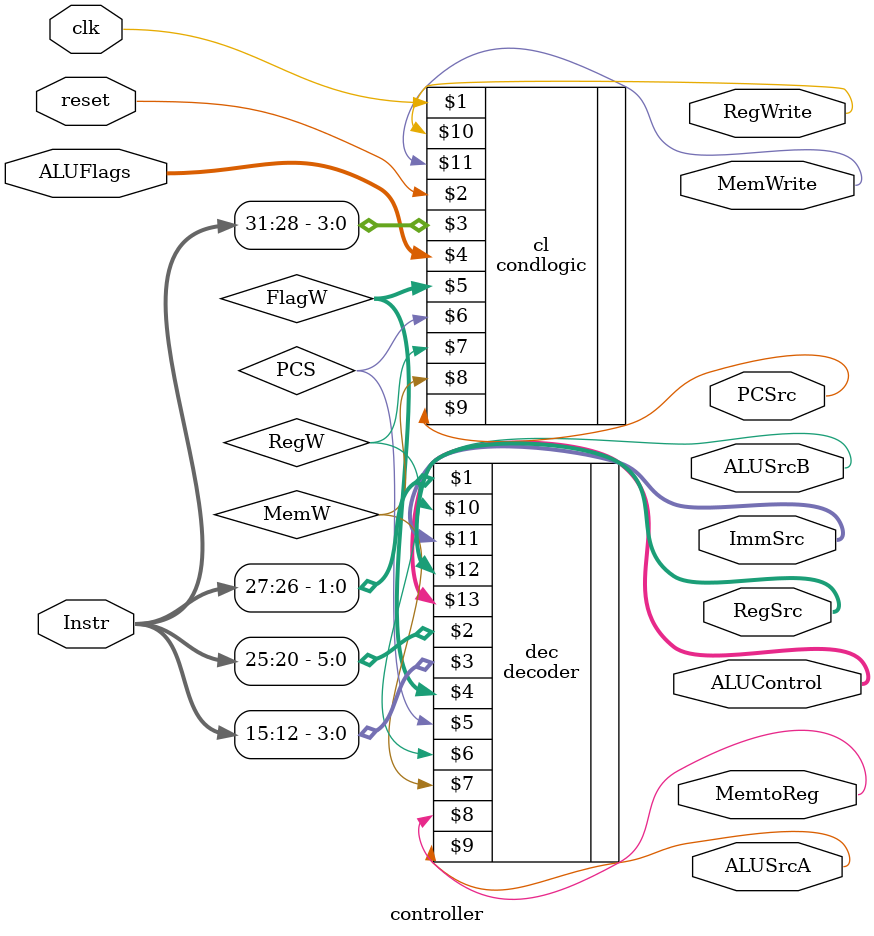
<source format=sv>
module controller(input  logic         clk, reset,
                  input  logic [31:12] Instr,
                  input  logic [3:0]   ALUFlags,
                  output logic [1:0]   RegSrc,
                  output logic         RegWrite,
                  output logic [1:0]   ImmSrc,
                  output logic         ALUSrcA, ALUSrcB,
                  output logic [2:0]   ALUControl,
                  output logic         MemWrite, MemtoReg,
                  output logic         PCSrc);

  logic [1:0] FlagW;
  logic       PCS, RegW, MemW;
  
  decoder dec(Instr[27:26], Instr[25:20], Instr[15:12],
              FlagW, PCS, RegW, MemW,
              MemtoReg, ALUSrcA, ALUSrcB, ImmSrc, RegSrc, ALUControl);


  condlogic cl(clk, reset, Instr[31:28], ALUFlags,
               FlagW, PCS, RegW, MemW,
               PCSrc, RegWrite, MemWrite);
endmodule

</source>
